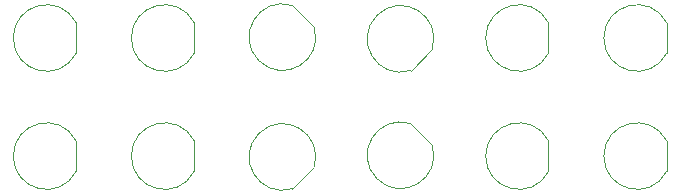
<source format=gbr>
G04 #@! TF.GenerationSoftware,KiCad,Pcbnew,8.0.6*
G04 #@! TF.CreationDate,2025-06-14T18:55:47+01:00*
G04 #@! TF.ProjectId,led-matrix,6c65642d-6d61-4747-9269-782e6b696361,rev?*
G04 #@! TF.SameCoordinates,Original*
G04 #@! TF.FileFunction,Legend,Top*
G04 #@! TF.FilePolarity,Positive*
%FSLAX46Y46*%
G04 Gerber Fmt 4.6, Leading zero omitted, Abs format (unit mm)*
G04 Created by KiCad (PCBNEW 8.0.6) date 2025-06-14 18:55:47*
%MOMM*%
%LPD*%
G01*
G04 APERTURE LIST*
%ADD10C,0.120000*%
G04 APERTURE END LIST*
D10*
X91005000Y-59800000D02*
X91005000Y-57200000D01*
X91005000Y-59800000D02*
G75*
G02*
X91005000Y-57200000I-2500012J1300000D01*
G01*
X99324239Y-71257716D02*
X101162716Y-69419239D01*
X99324239Y-71257716D02*
G75*
G02*
X101162716Y-69419239I-848537J2687014D01*
G01*
X121005000Y-59800000D02*
X121005000Y-57200000D01*
X121005000Y-59800000D02*
G75*
G02*
X121005000Y-57200000I-2500012J1300000D01*
G01*
X121005000Y-69800000D02*
X121005000Y-67200000D01*
X121005000Y-69800000D02*
G75*
G02*
X121005000Y-67200000I-2500012J1300000D01*
G01*
X111162716Y-67580761D02*
X109324239Y-65742284D01*
X111162716Y-67580761D02*
G75*
G02*
X109324239Y-65742284I-2687014J-848537D01*
G01*
X81005000Y-59800000D02*
X81005000Y-57200000D01*
X81005000Y-59800000D02*
G75*
G02*
X81005000Y-57200000I-2500012J1300000D01*
G01*
X131005000Y-59800000D02*
X131005000Y-57200000D01*
X131005000Y-59800000D02*
G75*
G02*
X131005000Y-57200000I-2500012J1300000D01*
G01*
X131005000Y-69800000D02*
X131005000Y-67200000D01*
X131005000Y-69800000D02*
G75*
G02*
X131005000Y-67200000I-2500012J1300000D01*
G01*
X81005000Y-69800000D02*
X81005000Y-67200000D01*
X81005000Y-69800000D02*
G75*
G02*
X81005000Y-67200000I-2500012J1300000D01*
G01*
X91005000Y-69800000D02*
X91005000Y-67200000D01*
X91005000Y-69800000D02*
G75*
G02*
X91005000Y-67200000I-2500012J1300000D01*
G01*
X101162716Y-57580761D02*
X99324239Y-55742284D01*
X101162716Y-57580761D02*
G75*
G02*
X99324239Y-55742284I-2687014J-848537D01*
G01*
X109324239Y-61257716D02*
X111162716Y-59419239D01*
X109324239Y-61257716D02*
G75*
G02*
X111162716Y-59419239I-848537J2687014D01*
G01*
M02*

</source>
